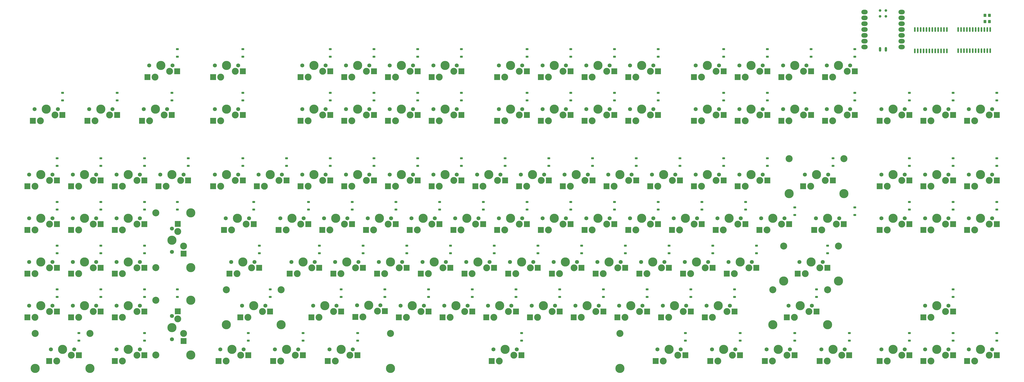
<source format=gbs>
%TF.GenerationSoftware,KiCad,Pcbnew,7.0.5*%
%TF.CreationDate,2023-06-10T21:14:49-04:00*%
%TF.ProjectId,keyboard_mk1,6b657962-6f61-4726-945f-6d6b312e6b69,rev?*%
%TF.SameCoordinates,Original*%
%TF.FileFunction,Soldermask,Bot*%
%TF.FilePolarity,Negative*%
%FSLAX46Y46*%
G04 Gerber Fmt 4.6, Leading zero omitted, Abs format (unit mm)*
G04 Created by KiCad (PCBNEW 7.0.5) date 2023-06-10 21:14:49*
%MOMM*%
%LPD*%
G01*
G04 APERTURE LIST*
G04 Aperture macros list*
%AMRoundRect*
0 Rectangle with rounded corners*
0 $1 Rounding radius*
0 $2 $3 $4 $5 $6 $7 $8 $9 X,Y pos of 4 corners*
0 Add a 4 corners polygon primitive as box body*
4,1,4,$2,$3,$4,$5,$6,$7,$8,$9,$2,$3,0*
0 Add four circle primitives for the rounded corners*
1,1,$1+$1,$2,$3*
1,1,$1+$1,$4,$5*
1,1,$1+$1,$6,$7*
1,1,$1+$1,$8,$9*
0 Add four rect primitives between the rounded corners*
20,1,$1+$1,$2,$3,$4,$5,0*
20,1,$1+$1,$4,$5,$6,$7,0*
20,1,$1+$1,$6,$7,$8,$9,0*
20,1,$1+$1,$8,$9,$2,$3,0*%
G04 Aperture macros list end*
%ADD10C,1.750000*%
%ADD11C,3.000000*%
%ADD12C,3.987800*%
%ADD13R,2.550000X2.500000*%
%ADD14C,3.048000*%
%ADD15R,2.500000X2.550000*%
%ADD16RoundRect,0.225000X-0.375000X0.225000X-0.375000X-0.225000X0.375000X-0.225000X0.375000X0.225000X0*%
%ADD17RoundRect,0.150000X0.150000X-0.875000X0.150000X0.875000X-0.150000X0.875000X-0.150000X-0.875000X0*%
%ADD18O,2.748280X1.998980*%
%ADD19O,1.016000X2.032000*%
%ADD20C,1.143000*%
%ADD21RoundRect,0.250000X-0.350000X-0.450000X0.350000X-0.450000X0.350000X0.450000X-0.350000X0.450000X0*%
G04 APERTURE END LIST*
D10*
%TO.C,125K105*%
X728980000Y-197643750D03*
D11*
X727710000Y-200183750D03*
D12*
X723900000Y-197643750D03*
D11*
X721360000Y-202723750D03*
D10*
X718820000Y-197643750D03*
D13*
X730985000Y-200183750D03*
X718058000Y-202723750D03*
%TD*%
D10*
%TO.C,K57*%
X655161250Y-121443750D03*
D11*
X653891250Y-123983750D03*
D12*
X650081250Y-121443750D03*
D11*
X647541250Y-126523750D03*
D10*
X645001250Y-121443750D03*
D13*
X657166250Y-123983750D03*
X644239250Y-126523750D03*
%TD*%
D10*
%TO.C,K18*%
X774223750Y-92868750D03*
D11*
X772953750Y-95408750D03*
D12*
X769143750Y-92868750D03*
D11*
X766603750Y-97948750D03*
D10*
X764063750Y-92868750D03*
D13*
X776228750Y-95408750D03*
X763301750Y-97948750D03*
%TD*%
D12*
%TO.C,2K106*%
X400081750Y-205898750D03*
D14*
X400081750Y-190658750D03*
D10*
X393223750Y-197643750D03*
D11*
X391953750Y-200183750D03*
D12*
X388143750Y-197643750D03*
D11*
X385603750Y-202723750D03*
D10*
X383063750Y-197643750D03*
D12*
X376205750Y-205898750D03*
D14*
X376205750Y-190658750D03*
D13*
X395228750Y-200183750D03*
X382301750Y-202723750D03*
%TD*%
D10*
%TO.C,K28*%
X540861250Y-92868750D03*
D11*
X539591250Y-95408750D03*
D12*
X535781250Y-92868750D03*
D11*
X533241250Y-97948750D03*
D10*
X530701250Y-92868750D03*
D13*
X542866250Y-95408750D03*
X529939250Y-97948750D03*
%TD*%
D12*
%TO.C,275K121*%
X721550500Y-186848750D03*
D14*
X721550500Y-171608750D03*
D10*
X714692500Y-178593750D03*
D11*
X713422500Y-181133750D03*
D12*
X709612500Y-178593750D03*
D11*
X707072500Y-183673750D03*
D10*
X704532500Y-178593750D03*
D12*
X697674500Y-186848750D03*
D14*
X697674500Y-171608750D03*
D13*
X716697500Y-181133750D03*
X703770500Y-183673750D03*
%TD*%
D10*
%TO.C,K21*%
X774223750Y-140493750D03*
D11*
X772953750Y-143033750D03*
D12*
X769143750Y-140493750D03*
D11*
X766603750Y-145573750D03*
D10*
X764063750Y-140493750D03*
D13*
X776228750Y-143033750D03*
X763301750Y-145573750D03*
%TD*%
D10*
%TO.C,K29*%
X559911250Y-92868750D03*
D11*
X558641250Y-95408750D03*
D12*
X554831250Y-92868750D03*
D11*
X552291250Y-97948750D03*
D10*
X549751250Y-92868750D03*
D13*
X561916250Y-95408750D03*
X548989250Y-97948750D03*
%TD*%
D10*
%TO.C,K67*%
X464661250Y-73818750D03*
D11*
X463391250Y-76358750D03*
D12*
X459581250Y-73818750D03*
D11*
X457041250Y-78898750D03*
D10*
X454501250Y-73818750D03*
D13*
X466666250Y-76358750D03*
X453739250Y-78898750D03*
%TD*%
D10*
%TO.C,K35*%
X693261250Y-92868750D03*
D11*
X691991250Y-95408750D03*
D12*
X688181250Y-92868750D03*
D11*
X685641250Y-97948750D03*
D10*
X683101250Y-92868750D03*
D13*
X695266250Y-95408750D03*
X682339250Y-97948750D03*
%TD*%
D10*
%TO.C,K42*%
X793273750Y-140493750D03*
D11*
X792003750Y-143033750D03*
D12*
X788193750Y-140493750D03*
D11*
X785653750Y-145573750D03*
D10*
X783113750Y-140493750D03*
D13*
X795278750Y-143033750D03*
X782351750Y-145573750D03*
%TD*%
D10*
%TO.C,K49*%
X502761250Y-121443750D03*
D11*
X501491250Y-123983750D03*
D12*
X497681250Y-121443750D03*
D11*
X495141250Y-126523750D03*
D10*
X492601250Y-121443750D03*
D13*
X504766250Y-123983750D03*
X491839250Y-126523750D03*
%TD*%
D10*
%TO.C,K44*%
X402748750Y-140493750D03*
D11*
X401478750Y-143033750D03*
D12*
X397668750Y-140493750D03*
D11*
X395128750Y-145573750D03*
D10*
X392588750Y-140493750D03*
D13*
X404753750Y-143033750D03*
X391826750Y-145573750D03*
%TD*%
D10*
%TO.C,K55*%
X617061250Y-121443750D03*
D11*
X615791250Y-123983750D03*
D12*
X611981250Y-121443750D03*
D11*
X609441250Y-126523750D03*
D10*
X606901250Y-121443750D03*
D13*
X619066250Y-123983750D03*
X606139250Y-126523750D03*
%TD*%
D10*
%TO.C,K95*%
X593248750Y-159543750D03*
D11*
X591978750Y-162083750D03*
D12*
X588168750Y-159543750D03*
D11*
X585628750Y-164623750D03*
D10*
X583088750Y-159543750D03*
D13*
X595253750Y-162083750D03*
X582326750Y-164623750D03*
%TD*%
D10*
%TO.C,K17*%
X755173750Y-92868750D03*
D11*
X753903750Y-95408750D03*
D12*
X750093750Y-92868750D03*
D11*
X747553750Y-97948750D03*
D10*
X745013750Y-92868750D03*
D13*
X757178750Y-95408750D03*
X744251750Y-97948750D03*
%TD*%
D10*
%TO.C,K53*%
X578961250Y-121443750D03*
D11*
X577691250Y-123983750D03*
D12*
X573881250Y-121443750D03*
D11*
X571341250Y-126523750D03*
D10*
X568801250Y-121443750D03*
D13*
X580966250Y-123983750D03*
X568039250Y-126523750D03*
%TD*%
D10*
%TO.C,K27*%
X521811250Y-92868750D03*
D11*
X520541250Y-95408750D03*
D12*
X516731250Y-92868750D03*
D11*
X514191250Y-97948750D03*
D10*
X511651250Y-92868750D03*
D13*
X523816250Y-95408750D03*
X510889250Y-97948750D03*
%TD*%
D10*
%TO.C,K59*%
X693261250Y-121443750D03*
D11*
X691991250Y-123983750D03*
D12*
X688181250Y-121443750D03*
D11*
X685641250Y-126523750D03*
D10*
X683101250Y-121443750D03*
D13*
X695266250Y-123983750D03*
X682339250Y-126523750D03*
%TD*%
D10*
%TO.C,K6*%
X521811250Y-73818750D03*
D11*
X520541250Y-76358750D03*
D12*
X516731250Y-73818750D03*
D11*
X514191250Y-78898750D03*
D10*
X511651250Y-73818750D03*
D13*
X523816250Y-76358750D03*
X510889250Y-78898750D03*
%TD*%
D10*
%TO.C,125K2*%
X409892500Y-92868750D03*
D11*
X408622500Y-95408750D03*
D12*
X404812500Y-92868750D03*
D11*
X402272500Y-97948750D03*
D10*
X399732500Y-92868750D03*
D13*
X411897500Y-95408750D03*
X398970500Y-97948750D03*
%TD*%
D10*
%TO.C,K52*%
X559911250Y-121443750D03*
D11*
X558641250Y-123983750D03*
D12*
X554831250Y-121443750D03*
D11*
X552291250Y-126523750D03*
D10*
X549751250Y-121443750D03*
D13*
X561916250Y-123983750D03*
X548989250Y-126523750D03*
%TD*%
D10*
%TO.C,K96*%
X612298750Y-159543750D03*
D11*
X611028750Y-162083750D03*
D12*
X607218750Y-159543750D03*
D11*
X604678750Y-164623750D03*
D10*
X602138750Y-159543750D03*
D13*
X614303750Y-162083750D03*
X601376750Y-164623750D03*
%TD*%
D10*
%TO.C,K69*%
X493236250Y-140493750D03*
D11*
X491966250Y-143033750D03*
D12*
X488156250Y-140493750D03*
D11*
X485616250Y-145573750D03*
D10*
X483076250Y-140493750D03*
D13*
X495241250Y-143033750D03*
X482314250Y-145573750D03*
%TD*%
D10*
%TO.C,K61*%
X755173750Y-197643750D03*
D11*
X753903750Y-200183750D03*
D12*
X750093750Y-197643750D03*
D11*
X747553750Y-202723750D03*
D10*
X745013750Y-197643750D03*
D13*
X757178750Y-200183750D03*
X744251750Y-202723750D03*
%TD*%
D10*
%TO.C,K14*%
X693261250Y-73818750D03*
D11*
X691991250Y-76358750D03*
D12*
X688181250Y-73818750D03*
D11*
X685641250Y-78898750D03*
D10*
X683101250Y-73818750D03*
D13*
X695266250Y-76358750D03*
X682339250Y-78898750D03*
%TD*%
D10*
%TO.C,K23*%
X402748750Y-121443750D03*
D11*
X401478750Y-123983750D03*
D12*
X397668750Y-121443750D03*
D11*
X395128750Y-126523750D03*
D10*
X392588750Y-121443750D03*
D13*
X404753750Y-123983750D03*
X391826750Y-126523750D03*
%TD*%
D10*
%TO.C,K92*%
X536098750Y-159543750D03*
D11*
X534828750Y-162083750D03*
D12*
X531018750Y-159543750D03*
D11*
X528478750Y-164623750D03*
D10*
X525938750Y-159543750D03*
D13*
X538103750Y-162083750D03*
X525176750Y-164623750D03*
%TD*%
D12*
%TO.C,225K110*%
X483425500Y-186848750D03*
D14*
X483425500Y-171608750D03*
D10*
X476567500Y-178593750D03*
D11*
X475297500Y-181133750D03*
D12*
X471487500Y-178593750D03*
D11*
X468947500Y-183673750D03*
D10*
X466407500Y-178593750D03*
D12*
X459549500Y-186848750D03*
D14*
X459549500Y-171608750D03*
D13*
X478572500Y-181133750D03*
X465645500Y-183673750D03*
%TD*%
D10*
%TO.C,K63*%
X793273750Y-197643750D03*
D11*
X792003750Y-200183750D03*
D12*
X788193750Y-197643750D03*
D11*
X785653750Y-202723750D03*
D10*
X783113750Y-197643750D03*
D13*
X795278750Y-200183750D03*
X782351750Y-202723750D03*
%TD*%
D10*
%TO.C,K94*%
X574198750Y-159543750D03*
D11*
X572928750Y-162083750D03*
D12*
X569118750Y-159543750D03*
D11*
X566578750Y-164623750D03*
D10*
X564038750Y-159543750D03*
D13*
X576203750Y-162083750D03*
X563276750Y-164623750D03*
%TD*%
D10*
%TO.C,125K102*%
X657542500Y-197643750D03*
D11*
X656272500Y-200183750D03*
D12*
X652462500Y-197643750D03*
D11*
X649922500Y-202723750D03*
D10*
X647382500Y-197643750D03*
D13*
X659547500Y-200183750D03*
X646620500Y-202723750D03*
%TD*%
D10*
%TO.C,15K81*%
X726598750Y-140493750D03*
D11*
X725328750Y-143033750D03*
D12*
X721518750Y-140493750D03*
D11*
X718978750Y-145573750D03*
D10*
X716438750Y-140493750D03*
D13*
X728603750Y-143033750D03*
X715676750Y-145573750D03*
%TD*%
D10*
%TO.C,K20*%
X755173750Y-140493750D03*
D11*
X753903750Y-143033750D03*
D12*
X750093750Y-140493750D03*
D11*
X747553750Y-145573750D03*
D10*
X745013750Y-140493750D03*
D13*
X757178750Y-143033750D03*
X744251750Y-145573750D03*
%TD*%
D10*
%TO.C,K80*%
X702786250Y-140493750D03*
D11*
X701516250Y-143033750D03*
D12*
X697706250Y-140493750D03*
D11*
X695166250Y-145573750D03*
D10*
X692626250Y-140493750D03*
D13*
X704791250Y-143033750D03*
X691864250Y-145573750D03*
%TD*%
D10*
%TO.C,K72*%
X550386250Y-140493750D03*
D11*
X549116250Y-143033750D03*
D12*
X545306250Y-140493750D03*
D11*
X542766250Y-145573750D03*
D10*
X540226250Y-140493750D03*
D13*
X552391250Y-143033750D03*
X539464250Y-145573750D03*
%TD*%
D10*
%TO.C,K77*%
X645636250Y-140493750D03*
D11*
X644366250Y-143033750D03*
D12*
X640556250Y-140493750D03*
D11*
X638016250Y-145573750D03*
D10*
X635476250Y-140493750D03*
D13*
X647641250Y-143033750D03*
X634714250Y-145573750D03*
%TD*%
D10*
%TO.C,K93*%
X555148750Y-159543750D03*
D11*
X553878750Y-162083750D03*
D12*
X550068750Y-159543750D03*
D11*
X547528750Y-164623750D03*
D10*
X544988750Y-159543750D03*
D13*
X557153750Y-162083750D03*
X544226750Y-164623750D03*
%TD*%
D10*
%TO.C,K33*%
X645636250Y-92868750D03*
D11*
X644366250Y-95408750D03*
D12*
X640556250Y-92868750D03*
D11*
X638016250Y-97948750D03*
D10*
X635476250Y-92868750D03*
D13*
X647641250Y-95408750D03*
X634714250Y-97948750D03*
%TD*%
D10*
%TO.C,K116*%
X602773750Y-178593750D03*
D11*
X601503750Y-181133750D03*
D12*
X597693750Y-178593750D03*
D11*
X595153750Y-183673750D03*
D10*
X592613750Y-178593750D03*
D13*
X604778750Y-181133750D03*
X591851750Y-183673750D03*
%TD*%
D10*
%TO.C,K54*%
X598011250Y-121443750D03*
D11*
X596741250Y-123983750D03*
D12*
X592931250Y-121443750D03*
D11*
X590391250Y-126523750D03*
D10*
X587851250Y-121443750D03*
D13*
X600016250Y-123983750D03*
X587089250Y-126523750D03*
%TD*%
D10*
%TO.C,K76*%
X626586250Y-140493750D03*
D11*
X625316250Y-143033750D03*
D12*
X621506250Y-140493750D03*
D11*
X618966250Y-145573750D03*
D10*
X616426250Y-140493750D03*
D13*
X628591250Y-143033750D03*
X615664250Y-145573750D03*
%TD*%
D10*
%TO.C,K16*%
X731361250Y-73818750D03*
D11*
X730091250Y-76358750D03*
D12*
X726281250Y-73818750D03*
D11*
X723741250Y-78898750D03*
D10*
X721201250Y-73818750D03*
D13*
X733366250Y-76358750D03*
X720439250Y-78898750D03*
%TD*%
D10*
%TO.C,K26*%
X502761250Y-92868750D03*
D11*
X501491250Y-95408750D03*
D12*
X497681250Y-92868750D03*
D11*
X495141250Y-97948750D03*
D10*
X492601250Y-92868750D03*
D13*
X504766250Y-95408750D03*
X491839250Y-97948750D03*
%TD*%
D10*
%TO.C,125K83*%
X490855000Y-197643750D03*
D11*
X489585000Y-200183750D03*
D12*
X485775000Y-197643750D03*
D11*
X483235000Y-202723750D03*
D10*
X480695000Y-197643750D03*
D13*
X492860000Y-200183750D03*
X479933000Y-202723750D03*
%TD*%
D10*
%TO.C,K74*%
X588486250Y-140493750D03*
D11*
X587216250Y-143033750D03*
D12*
X583406250Y-140493750D03*
D11*
X580866250Y-145573750D03*
D10*
X578326250Y-140493750D03*
D13*
X590491250Y-143033750D03*
X577564250Y-145573750D03*
%TD*%
D10*
%TO.C,K9*%
X588486250Y-73818750D03*
D11*
X587216250Y-76358750D03*
D12*
X583406250Y-73818750D03*
D11*
X580866250Y-78898750D03*
D10*
X578326250Y-73818750D03*
D13*
X590491250Y-76358750D03*
X577564250Y-78898750D03*
%TD*%
D10*
%TO.C,K19*%
X793273750Y-92868750D03*
D11*
X792003750Y-95408750D03*
D12*
X788193750Y-92868750D03*
D11*
X785653750Y-97948750D03*
D10*
X783113750Y-92868750D03*
D13*
X795278750Y-95408750D03*
X782351750Y-97948750D03*
%TD*%
D12*
%TO.C,2K88*%
X444023750Y-176180750D03*
D14*
X428783750Y-176180750D03*
D10*
X435768750Y-183038750D03*
D11*
X438308750Y-184308750D03*
D12*
X435768750Y-188118750D03*
D11*
X440848750Y-190658750D03*
D10*
X435768750Y-193198750D03*
D12*
X444023750Y-200056750D03*
D14*
X428783750Y-200056750D03*
D15*
X438308750Y-181033750D03*
X440848750Y-193960750D03*
%TD*%
D10*
%TO.C,K12*%
X645636250Y-73818750D03*
D11*
X644366250Y-76358750D03*
D12*
X640556250Y-73818750D03*
D11*
X638016250Y-78898750D03*
D10*
X635476250Y-73818750D03*
D13*
X647641250Y-76358750D03*
X634714250Y-78898750D03*
%TD*%
D10*
%TO.C,K70*%
X512286250Y-140493750D03*
D11*
X511016250Y-143033750D03*
D12*
X507206250Y-140493750D03*
D11*
X504666250Y-145573750D03*
D10*
X502126250Y-140493750D03*
D13*
X514291250Y-143033750D03*
X501364250Y-145573750D03*
%TD*%
D10*
%TO.C,K79*%
X683736250Y-140493750D03*
D11*
X682466250Y-143033750D03*
D12*
X678656250Y-140493750D03*
D11*
X676116250Y-145573750D03*
D10*
X673576250Y-140493750D03*
D13*
X685741250Y-143033750D03*
X672814250Y-145573750D03*
%TD*%
D10*
%TO.C,K34*%
X674211250Y-92868750D03*
D11*
X672941250Y-95408750D03*
D12*
X669131250Y-92868750D03*
D11*
X666591250Y-97948750D03*
D10*
X664051250Y-92868750D03*
D13*
X676216250Y-95408750D03*
X663289250Y-97948750D03*
%TD*%
D10*
%TO.C,K99*%
X669448750Y-159543750D03*
D11*
X668178750Y-162083750D03*
D12*
X664368750Y-159543750D03*
D11*
X661828750Y-164623750D03*
D10*
X659288750Y-159543750D03*
D13*
X671453750Y-162083750D03*
X658526750Y-164623750D03*
%TD*%
D10*
%TO.C,125K103*%
X681355000Y-197643750D03*
D11*
X680085000Y-200183750D03*
D12*
X676275000Y-197643750D03*
D11*
X673735000Y-202723750D03*
D10*
X671195000Y-197643750D03*
D13*
X683360000Y-200183750D03*
X670433000Y-202723750D03*
%TD*%
D10*
%TO.C,K100*%
X688498750Y-159543750D03*
D11*
X687228750Y-162083750D03*
D12*
X683418750Y-159543750D03*
D11*
X680878750Y-164623750D03*
D10*
X678338750Y-159543750D03*
D13*
X690503750Y-162083750D03*
X677576750Y-164623750D03*
%TD*%
D10*
%TO.C,K22*%
X383698750Y-121443750D03*
D11*
X382428750Y-123983750D03*
D12*
X378618750Y-121443750D03*
D11*
X376078750Y-126523750D03*
D10*
X373538750Y-121443750D03*
D13*
X385703750Y-123983750D03*
X372776750Y-126523750D03*
%TD*%
D10*
%TO.C,K64*%
X383698750Y-159543750D03*
D11*
X382428750Y-162083750D03*
D12*
X378618750Y-159543750D03*
D11*
X376078750Y-164623750D03*
D10*
X373538750Y-159543750D03*
D13*
X385703750Y-162083750D03*
X372776750Y-164623750D03*
%TD*%
D10*
%TO.C,K118*%
X640873750Y-178593750D03*
D11*
X639603750Y-181133750D03*
D12*
X635793750Y-178593750D03*
D11*
X633253750Y-183673750D03*
D10*
X630713750Y-178593750D03*
D13*
X642878750Y-181133750D03*
X629951750Y-183673750D03*
%TD*%
D10*
%TO.C,K75*%
X607536250Y-140493750D03*
D11*
X606266250Y-143033750D03*
D12*
X602456250Y-140493750D03*
D11*
X599916250Y-145573750D03*
D10*
X597376250Y-140493750D03*
D13*
X609541250Y-143033750D03*
X596614250Y-145573750D03*
%TD*%
D12*
%TO.C,625K109*%
X631024900Y-205898750D03*
D14*
X631024900Y-190658750D03*
D10*
X586105000Y-197643750D03*
D11*
X584835000Y-200183750D03*
D12*
X581025000Y-197643750D03*
D11*
X578485000Y-202723750D03*
D10*
X575945000Y-197643750D03*
D12*
X531025100Y-205898750D03*
D14*
X531025100Y-190658750D03*
D13*
X588110000Y-200183750D03*
X575183000Y-202723750D03*
%TD*%
D10*
%TO.C,K85*%
X383698750Y-178593750D03*
D11*
X382428750Y-181133750D03*
D12*
X378618750Y-178593750D03*
D11*
X376078750Y-183673750D03*
D10*
X373538750Y-178593750D03*
D13*
X385703750Y-181133750D03*
X372776750Y-183673750D03*
%TD*%
D10*
%TO.C,K40*%
X793273750Y-121443750D03*
D11*
X792003750Y-123983750D03*
D12*
X788193750Y-121443750D03*
D11*
X785653750Y-126523750D03*
D10*
X783113750Y-121443750D03*
D13*
X795278750Y-123983750D03*
X782351750Y-126523750D03*
%TD*%
D10*
%TO.C,K117*%
X621823750Y-178593750D03*
D11*
X620553750Y-181133750D03*
D12*
X616743750Y-178593750D03*
D11*
X614203750Y-183673750D03*
D10*
X611663750Y-178593750D03*
D13*
X623828750Y-181133750D03*
X610901750Y-183673750D03*
%TD*%
D10*
%TO.C,K15*%
X712311250Y-73818750D03*
D11*
X711041250Y-76358750D03*
D12*
X707231250Y-73818750D03*
D11*
X704691250Y-78898750D03*
D10*
X702151250Y-73818750D03*
D13*
X714316250Y-76358750D03*
X701389250Y-78898750D03*
%TD*%
D10*
%TO.C,K66*%
X421798750Y-159543750D03*
D11*
X420528750Y-162083750D03*
D12*
X416718750Y-159543750D03*
D11*
X414178750Y-164623750D03*
D10*
X411638750Y-159543750D03*
D13*
X423803750Y-162083750D03*
X410876750Y-164623750D03*
%TD*%
D10*
%TO.C,K24*%
X421798750Y-121443750D03*
D11*
X420528750Y-123983750D03*
D12*
X416718750Y-121443750D03*
D11*
X414178750Y-126523750D03*
D10*
X411638750Y-121443750D03*
D13*
X423803750Y-123983750D03*
X410876750Y-126523750D03*
%TD*%
D10*
%TO.C,K87*%
X421798750Y-178593750D03*
D11*
X420528750Y-181133750D03*
D12*
X416718750Y-178593750D03*
D11*
X414178750Y-183673750D03*
D10*
X411638750Y-178593750D03*
D13*
X423803750Y-181133750D03*
X410876750Y-183673750D03*
%TD*%
D10*
%TO.C,K32*%
X626586250Y-92868750D03*
D11*
X625316250Y-95408750D03*
D12*
X621506250Y-92868750D03*
D11*
X618966250Y-97948750D03*
D10*
X616426250Y-92868750D03*
D13*
X628591250Y-95408750D03*
X615664250Y-97948750D03*
%TD*%
D10*
%TO.C,K111*%
X507523750Y-178593750D03*
D11*
X506253750Y-181133750D03*
D12*
X502443750Y-178593750D03*
D11*
X499903750Y-183673750D03*
D10*
X497363750Y-178593750D03*
D13*
X509528750Y-181133750D03*
X496601750Y-183673750D03*
%TD*%
D10*
%TO.C,K31*%
X607536250Y-92868750D03*
D11*
X606266250Y-95408750D03*
D12*
X602456250Y-92868750D03*
D11*
X599916250Y-97948750D03*
D10*
X597376250Y-92868750D03*
D13*
X609541250Y-95408750D03*
X596614250Y-97948750D03*
%TD*%
D10*
%TO.C,125K82*%
X467042500Y-197643750D03*
D11*
X465772500Y-200183750D03*
D12*
X461962500Y-197643750D03*
D11*
X459422500Y-202723750D03*
D10*
X456882500Y-197643750D03*
D13*
X469047500Y-200183750D03*
X456120500Y-202723750D03*
%TD*%
D10*
%TO.C,125K1*%
X386080000Y-92868750D03*
D11*
X384810000Y-95408750D03*
D12*
X381000000Y-92868750D03*
D11*
X378460000Y-97948750D03*
D10*
X375920000Y-92868750D03*
D13*
X388085000Y-95408750D03*
X375158000Y-97948750D03*
%TD*%
D10*
%TO.C,K56*%
X636111250Y-121443750D03*
D11*
X634841250Y-123983750D03*
D12*
X631031250Y-121443750D03*
D11*
X628491250Y-126523750D03*
D10*
X625951250Y-121443750D03*
D13*
X638116250Y-123983750D03*
X625189250Y-126523750D03*
%TD*%
D12*
%TO.C,225K101*%
X726313000Y-167798750D03*
D14*
X726313000Y-152558750D03*
D10*
X719455000Y-159543750D03*
D11*
X718185000Y-162083750D03*
D12*
X714375000Y-159543750D03*
D11*
X711835000Y-164623750D03*
D10*
X709295000Y-159543750D03*
D12*
X702437000Y-167798750D03*
D14*
X702437000Y-152558750D03*
D13*
X721460000Y-162083750D03*
X708533000Y-164623750D03*
%TD*%
D10*
%TO.C,K113*%
X545623750Y-178593750D03*
D11*
X544353750Y-181133750D03*
D12*
X540543750Y-178593750D03*
D11*
X538003750Y-183673750D03*
D10*
X535463750Y-178593750D03*
D13*
X547628750Y-181133750D03*
X534701750Y-183673750D03*
%TD*%
D10*
%TO.C,K50*%
X521811250Y-121443750D03*
D11*
X520541250Y-123983750D03*
D12*
X516731250Y-121443750D03*
D11*
X514191250Y-126523750D03*
D10*
X511651250Y-121443750D03*
D13*
X523816250Y-123983750D03*
X510889250Y-126523750D03*
%TD*%
D10*
%TO.C,K47*%
X464661250Y-121443750D03*
D11*
X463391250Y-123983750D03*
D12*
X459581250Y-121443750D03*
D11*
X457041250Y-126523750D03*
D10*
X454501250Y-121443750D03*
D13*
X466666250Y-123983750D03*
X453739250Y-126523750D03*
%TD*%
D10*
%TO.C,K8*%
X559911250Y-73818750D03*
D11*
X558641250Y-76358750D03*
D12*
X554831250Y-73818750D03*
D11*
X552291250Y-78898750D03*
D10*
X549751250Y-73818750D03*
D13*
X561916250Y-76358750D03*
X548989250Y-78898750D03*
%TD*%
D10*
%TO.C,K90*%
X497998750Y-159543750D03*
D11*
X496728750Y-162083750D03*
D12*
X492918750Y-159543750D03*
D11*
X490378750Y-164623750D03*
D10*
X487838750Y-159543750D03*
D13*
X500003750Y-162083750D03*
X487076750Y-164623750D03*
%TD*%
D10*
%TO.C,K62*%
X774223750Y-197643750D03*
D11*
X772953750Y-200183750D03*
D12*
X769143750Y-197643750D03*
D11*
X766603750Y-202723750D03*
D10*
X764063750Y-197643750D03*
D13*
X776228750Y-200183750D03*
X763301750Y-202723750D03*
%TD*%
D10*
%TO.C,K119*%
X659923750Y-178593750D03*
D11*
X658653750Y-181133750D03*
D12*
X654843750Y-178593750D03*
D11*
X652303750Y-183673750D03*
D10*
X649763750Y-178593750D03*
D13*
X661928750Y-181133750D03*
X649001750Y-183673750D03*
%TD*%
D10*
%TO.C,K36*%
X712311250Y-92868750D03*
D11*
X711041250Y-95408750D03*
D12*
X707231250Y-92868750D03*
D11*
X704691250Y-97948750D03*
D10*
X702151250Y-92868750D03*
D13*
X714316250Y-95408750D03*
X701389250Y-97948750D03*
%TD*%
D10*
%TO.C,K25*%
X440848750Y-121443750D03*
D11*
X439578750Y-123983750D03*
D12*
X435768750Y-121443750D03*
D11*
X433228750Y-126523750D03*
D10*
X430688750Y-121443750D03*
D13*
X442853750Y-123983750D03*
X429926750Y-126523750D03*
%TD*%
D10*
%TO.C,125K3*%
X433705000Y-92868750D03*
D11*
X432435000Y-95408750D03*
D12*
X428625000Y-92868750D03*
D11*
X426085000Y-97948750D03*
D10*
X423545000Y-92868750D03*
D13*
X435710000Y-95408750D03*
X422783000Y-97948750D03*
%TD*%
D10*
%TO.C,K97*%
X631348750Y-159543750D03*
D11*
X630078750Y-162083750D03*
D12*
X626268750Y-159543750D03*
D11*
X623728750Y-164623750D03*
D10*
X621188750Y-159543750D03*
D13*
X633353750Y-162083750D03*
X620426750Y-164623750D03*
%TD*%
D10*
%TO.C,K73*%
X569436250Y-140493750D03*
D11*
X568166250Y-143033750D03*
D12*
X564356250Y-140493750D03*
D11*
X561816250Y-145573750D03*
D10*
X559276250Y-140493750D03*
D13*
X571441250Y-143033750D03*
X558514250Y-145573750D03*
%TD*%
D10*
%TO.C,K65*%
X402748750Y-159543750D03*
D11*
X401478750Y-162083750D03*
D12*
X397668750Y-159543750D03*
D11*
X395128750Y-164623750D03*
D10*
X392588750Y-159543750D03*
D13*
X404753750Y-162083750D03*
X391826750Y-164623750D03*
%TD*%
D10*
%TO.C,125K84*%
X514667500Y-197643750D03*
D11*
X513397500Y-200183750D03*
D12*
X509587500Y-197643750D03*
D11*
X507047500Y-202723750D03*
D10*
X504507500Y-197643750D03*
D13*
X516672500Y-200183750D03*
X503745500Y-202723750D03*
%TD*%
D10*
%TO.C,K91*%
X517048750Y-159543750D03*
D11*
X515778750Y-162083750D03*
D12*
X511968750Y-159543750D03*
D11*
X509428750Y-164623750D03*
D10*
X506888750Y-159543750D03*
D13*
X519053750Y-162083750D03*
X506126750Y-164623750D03*
%TD*%
D10*
%TO.C,125K104*%
X705167500Y-197643750D03*
D11*
X703897500Y-200183750D03*
D12*
X700087500Y-197643750D03*
D11*
X697547500Y-202723750D03*
D10*
X695007500Y-197643750D03*
D13*
X707172500Y-200183750D03*
X694245500Y-202723750D03*
%TD*%
D10*
%TO.C,K11*%
X626586250Y-73818750D03*
D11*
X625316250Y-76358750D03*
D12*
X621506250Y-73818750D03*
D11*
X618966250Y-78898750D03*
D10*
X616426250Y-73818750D03*
D13*
X628591250Y-76358750D03*
X615664250Y-78898750D03*
%TD*%
D10*
%TO.C,K48*%
X483711250Y-121443750D03*
D11*
X482441250Y-123983750D03*
D12*
X478631250Y-121443750D03*
D11*
X476091250Y-126523750D03*
D10*
X473551250Y-121443750D03*
D13*
X485716250Y-123983750D03*
X472789250Y-126523750D03*
%TD*%
D10*
%TO.C,K120*%
X678973750Y-178593750D03*
D11*
X677703750Y-181133750D03*
D12*
X673893750Y-178593750D03*
D11*
X671353750Y-183673750D03*
D10*
X668813750Y-178593750D03*
D13*
X680978750Y-181133750D03*
X668051750Y-183673750D03*
%TD*%
D10*
%TO.C,K45*%
X421798750Y-140493750D03*
D11*
X420528750Y-143033750D03*
D12*
X416718750Y-140493750D03*
D11*
X414178750Y-145573750D03*
D10*
X411638750Y-140493750D03*
D13*
X423803750Y-143033750D03*
X410876750Y-145573750D03*
%TD*%
D10*
%TO.C,K71*%
X531336250Y-140493750D03*
D11*
X530066250Y-143033750D03*
D12*
X526256250Y-140493750D03*
D11*
X523716250Y-145573750D03*
D10*
X521176250Y-140493750D03*
D13*
X533341250Y-143033750D03*
X520414250Y-145573750D03*
%TD*%
D10*
%TO.C,K43*%
X383698750Y-140493750D03*
D11*
X382428750Y-143033750D03*
D12*
X378618750Y-140493750D03*
D11*
X376078750Y-145573750D03*
D10*
X373538750Y-140493750D03*
D13*
X385703750Y-143033750D03*
X372776750Y-145573750D03*
%TD*%
D12*
%TO.C,2K46*%
X444023750Y-138080750D03*
D14*
X428783750Y-138080750D03*
D10*
X435768750Y-144938750D03*
D11*
X438308750Y-146208750D03*
D12*
X435768750Y-150018750D03*
D11*
X440848750Y-152558750D03*
D10*
X435768750Y-155098750D03*
D12*
X444023750Y-161956750D03*
D14*
X428783750Y-161956750D03*
D15*
X438308750Y-142933750D03*
X440848750Y-155860750D03*
%TD*%
D10*
%TO.C,K7*%
X540861250Y-73818750D03*
D11*
X539591250Y-76358750D03*
D12*
X535781250Y-73818750D03*
D11*
X533241250Y-78898750D03*
D10*
X530701250Y-73818750D03*
D13*
X542866250Y-76358750D03*
X529939250Y-78898750D03*
%TD*%
D10*
%TO.C,K78*%
X664686250Y-140493750D03*
D11*
X663416250Y-143033750D03*
D12*
X659606250Y-140493750D03*
D11*
X657066250Y-145573750D03*
D10*
X654526250Y-140493750D03*
D13*
X666691250Y-143033750D03*
X653764250Y-145573750D03*
%TD*%
D10*
%TO.C,K114*%
X564673750Y-178593750D03*
D11*
X563403750Y-181133750D03*
D12*
X559593750Y-178593750D03*
D11*
X557053750Y-183673750D03*
D10*
X554513750Y-178593750D03*
D13*
X566678750Y-181133750D03*
X553751750Y-183673750D03*
%TD*%
D10*
%TO.C,K41*%
X774223750Y-178593750D03*
D11*
X772953750Y-181133750D03*
D12*
X769143750Y-178593750D03*
D11*
X766603750Y-183673750D03*
D10*
X764063750Y-178593750D03*
D13*
X776228750Y-181133750D03*
X763301750Y-183673750D03*
%TD*%
D10*
%TO.C,K108*%
X421798750Y-197643750D03*
D11*
X420528750Y-200183750D03*
D12*
X416718750Y-197643750D03*
D11*
X414178750Y-202723750D03*
D10*
X411638750Y-197643750D03*
D13*
X423803750Y-200183750D03*
X410876750Y-202723750D03*
%TD*%
D10*
%TO.C,K10*%
X607536250Y-73818750D03*
D11*
X606266250Y-76358750D03*
D12*
X602456250Y-73818750D03*
D11*
X599916250Y-78898750D03*
D10*
X597376250Y-73818750D03*
D13*
X609541250Y-76358750D03*
X596614250Y-78898750D03*
%TD*%
D10*
%TO.C,K13*%
X674211250Y-73818750D03*
D11*
X672941250Y-76358750D03*
D12*
X669131250Y-73818750D03*
D11*
X666591250Y-78898750D03*
D10*
X664051250Y-73818750D03*
D13*
X676216250Y-76358750D03*
X663289250Y-78898750D03*
%TD*%
D12*
%TO.C,2K60*%
X728694250Y-129698750D03*
D14*
X728694250Y-114458750D03*
D10*
X721836250Y-121443750D03*
D11*
X720566250Y-123983750D03*
D12*
X716756250Y-121443750D03*
D11*
X714216250Y-126523750D03*
D10*
X711676250Y-121443750D03*
D12*
X704818250Y-129698750D03*
D14*
X704818250Y-114458750D03*
D13*
X723841250Y-123983750D03*
X710914250Y-126523750D03*
%TD*%
D10*
%TO.C,K115*%
X583723750Y-178593750D03*
D11*
X582453750Y-181133750D03*
D12*
X578643750Y-178593750D03*
D11*
X576103750Y-183673750D03*
D10*
X573563750Y-178593750D03*
D13*
X585728750Y-181133750D03*
X572801750Y-183673750D03*
%TD*%
D10*
%TO.C,K98*%
X650398750Y-159543750D03*
D11*
X649128750Y-162083750D03*
D12*
X645318750Y-159543750D03*
D11*
X642778750Y-164623750D03*
D10*
X640238750Y-159543750D03*
D13*
X652403750Y-162083750D03*
X639476750Y-164623750D03*
%TD*%
D10*
%TO.C,K58*%
X674211250Y-121443750D03*
D11*
X672941250Y-123983750D03*
D12*
X669131250Y-121443750D03*
D11*
X666591250Y-126523750D03*
D10*
X664051250Y-121443750D03*
D13*
X676216250Y-123983750D03*
X663289250Y-126523750D03*
%TD*%
D10*
%TO.C,15K68*%
X469423750Y-140493750D03*
D11*
X468153750Y-143033750D03*
D12*
X464343750Y-140493750D03*
D11*
X461803750Y-145573750D03*
D10*
X459263750Y-140493750D03*
D13*
X471428750Y-143033750D03*
X458501750Y-145573750D03*
%TD*%
D10*
%TO.C,K37*%
X731361250Y-92868750D03*
D11*
X730091250Y-95408750D03*
D12*
X726281250Y-92868750D03*
D11*
X723741250Y-97948750D03*
D10*
X721201250Y-92868750D03*
D13*
X733366250Y-95408750D03*
X720439250Y-97948750D03*
%TD*%
D10*
%TO.C,K112*%
X526632500Y-178435000D03*
D11*
X525362500Y-180975000D03*
D12*
X521552500Y-178435000D03*
D11*
X519012500Y-183515000D03*
D10*
X516472500Y-178435000D03*
D13*
X528637500Y-180975000D03*
X515710500Y-183515000D03*
%TD*%
D10*
%TO.C,K30*%
X588486250Y-92868750D03*
D11*
X587216250Y-95408750D03*
D12*
X583406250Y-92868750D03*
D11*
X580866250Y-97948750D03*
D10*
X578326250Y-92868750D03*
D13*
X590491250Y-95408750D03*
X577564250Y-97948750D03*
%TD*%
D10*
%TO.C,K86*%
X402748750Y-178593750D03*
D11*
X401478750Y-181133750D03*
D12*
X397668750Y-178593750D03*
D11*
X395128750Y-183673750D03*
D10*
X392588750Y-178593750D03*
D13*
X404753750Y-181133750D03*
X391826750Y-183673750D03*
%TD*%
D10*
%TO.C,K5*%
X502761250Y-73818750D03*
D11*
X501491250Y-76358750D03*
D12*
X497681250Y-73818750D03*
D11*
X495141250Y-78898750D03*
D10*
X492601250Y-73818750D03*
D13*
X504766250Y-76358750D03*
X491839250Y-78898750D03*
%TD*%
D10*
%TO.C,175K89*%
X471805000Y-159543750D03*
D11*
X470535000Y-162083750D03*
D12*
X466725000Y-159543750D03*
D11*
X464185000Y-164623750D03*
D10*
X461645000Y-159543750D03*
D13*
X473810000Y-162083750D03*
X460883000Y-164623750D03*
%TD*%
D10*
%TO.C,K38*%
X755173750Y-121443750D03*
D11*
X753903750Y-123983750D03*
D12*
X750093750Y-121443750D03*
D11*
X747553750Y-126523750D03*
D10*
X745013750Y-121443750D03*
D13*
X757178750Y-123983750D03*
X744251750Y-126523750D03*
%TD*%
D10*
%TO.C,K4*%
X436086250Y-73818750D03*
D11*
X434816250Y-76358750D03*
D12*
X431006250Y-73818750D03*
D11*
X428466250Y-78898750D03*
D10*
X425926250Y-73818750D03*
D13*
X438091250Y-76358750D03*
X425164250Y-78898750D03*
%TD*%
D10*
%TO.C,K39*%
X774223750Y-121443750D03*
D11*
X772953750Y-123983750D03*
D12*
X769143750Y-121443750D03*
D11*
X766603750Y-126523750D03*
D10*
X764063750Y-121443750D03*
D13*
X776228750Y-123983750D03*
X763301750Y-126523750D03*
%TD*%
D10*
%TO.C,K107*%
X464661250Y-92868750D03*
D11*
X463391250Y-95408750D03*
D12*
X459581250Y-92868750D03*
D11*
X457041250Y-97948750D03*
D10*
X454501250Y-92868750D03*
D13*
X466666250Y-95408750D03*
X453739250Y-97948750D03*
%TD*%
D10*
%TO.C,K51*%
X540861250Y-121443750D03*
D11*
X539591250Y-123983750D03*
D12*
X535781250Y-121443750D03*
D11*
X533241250Y-126523750D03*
D10*
X530701250Y-121443750D03*
D13*
X542866250Y-123983750D03*
X529939250Y-126523750D03*
%TD*%
D16*
%TO.C,D10*%
X404812500Y-171500000D03*
X404812500Y-174800000D03*
%TD*%
%TO.C,D77*%
X628650000Y-66725000D03*
X628650000Y-70025000D03*
%TD*%
%TO.C,D108*%
X733425000Y-135781250D03*
X733425000Y-139081250D03*
%TD*%
%TO.C,D47*%
X538162500Y-152450000D03*
X538162500Y-155750000D03*
%TD*%
%TO.C,D117*%
X776287500Y-190550000D03*
X776287500Y-193850000D03*
%TD*%
%TO.C,D16*%
X423862500Y-152450000D03*
X423862500Y-155750000D03*
%TD*%
%TO.C,D85*%
X683418750Y-190550000D03*
X683418750Y-193850000D03*
%TD*%
%TO.C,D30*%
X504825000Y-85775000D03*
X504825000Y-89075000D03*
%TD*%
%TO.C,D102*%
X695325000Y-114350000D03*
X695325000Y-117650000D03*
%TD*%
%TO.C,D20*%
X438150000Y-133400000D03*
X438150000Y-136700000D03*
%TD*%
%TO.C,D73*%
X633412500Y-152450000D03*
X633412500Y-155750000D03*
%TD*%
%TO.C,D92*%
X695325000Y-66725000D03*
X695325000Y-70025000D03*
%TD*%
%TO.C,D100*%
X731043750Y-190550000D03*
X731043750Y-193850000D03*
%TD*%
%TO.C,D2*%
X411956250Y-85775000D03*
X411956250Y-89075000D03*
%TD*%
%TO.C,D70*%
X614362500Y-152450000D03*
X614362500Y-155750000D03*
%TD*%
%TO.C,D78*%
X647700000Y-66725000D03*
X647700000Y-70025000D03*
%TD*%
%TO.C,D8*%
X385762500Y-171500000D03*
X385762500Y-174800000D03*
%TD*%
D17*
%TO.C,U2*%
X792385000Y-67450000D03*
X791115000Y-67450000D03*
X789845000Y-67450000D03*
X788575000Y-67450000D03*
X787305000Y-67450000D03*
X786035000Y-67450000D03*
X784765000Y-67450000D03*
X783495000Y-67450000D03*
X782225000Y-67450000D03*
X780955000Y-67450000D03*
X779685000Y-67450000D03*
X778415000Y-67450000D03*
X778415000Y-58150000D03*
X779685000Y-58150000D03*
X780955000Y-58150000D03*
X782225000Y-58150000D03*
X783495000Y-58150000D03*
X784765000Y-58150000D03*
X786035000Y-58150000D03*
X787305000Y-58150000D03*
X788575000Y-58150000D03*
X789845000Y-58150000D03*
X791115000Y-58150000D03*
X792385000Y-58150000D03*
%TD*%
D16*
%TO.C,D43*%
X542925000Y-66725000D03*
X542925000Y-70025000D03*
%TD*%
%TO.C,D107*%
X723900000Y-114350000D03*
X723900000Y-117650000D03*
%TD*%
%TO.C,D34*%
X509587500Y-171500000D03*
X509587500Y-174800000D03*
%TD*%
%TO.C,D95*%
X685800000Y-133400000D03*
X685800000Y-136700000D03*
%TD*%
%TO.C,D49*%
X566737500Y-171500000D03*
X566737500Y-174800000D03*
%TD*%
%TO.C,D64*%
X590550000Y-133400000D03*
X590550000Y-136700000D03*
%TD*%
%TO.C,D39*%
X514350000Y-133400000D03*
X514350000Y-136700000D03*
%TD*%
%TO.C,D59*%
X576262500Y-152450000D03*
X576262500Y-155750000D03*
%TD*%
%TO.C,D5*%
X385762500Y-114350000D03*
X385762500Y-117650000D03*
%TD*%
%TO.C,D61*%
X588168750Y-190550000D03*
X588168750Y-193850000D03*
%TD*%
%TO.C,D82*%
X652462500Y-152450000D03*
X652462500Y-155750000D03*
%TD*%
%TO.C,D33*%
X500062500Y-152450000D03*
X500062500Y-155750000D03*
%TD*%
%TO.C,D94*%
X676275000Y-114350000D03*
X676275000Y-117650000D03*
%TD*%
%TO.C,D25*%
X471487500Y-133400000D03*
X471487500Y-136700000D03*
%TD*%
%TO.C,D22*%
X466725000Y-66725000D03*
X466725000Y-70025000D03*
%TD*%
%TO.C,D121*%
X795337500Y-85775000D03*
X795337500Y-89075000D03*
%TD*%
%TO.C,D101*%
X707231250Y-135781250D03*
X707231250Y-139081250D03*
%TD*%
%TO.C,D27*%
X478631250Y-171500000D03*
X478631250Y-174800000D03*
%TD*%
%TO.C,D89*%
X657225000Y-114350000D03*
X657225000Y-117650000D03*
%TD*%
%TO.C,D56*%
X590550000Y-85775000D03*
X590550000Y-89075000D03*
%TD*%
%TO.C,D62*%
X604837500Y-171500000D03*
X604837500Y-174800000D03*
%TD*%
%TO.C,D15*%
X423862500Y-133400000D03*
X423862500Y-136700000D03*
%TD*%
%TO.C,D120*%
X795337500Y-114350000D03*
X795337500Y-117650000D03*
%TD*%
%TO.C,D35*%
X492918750Y-190550000D03*
X492918750Y-193850000D03*
%TD*%
%TO.C,D96*%
X690562500Y-152450000D03*
X690562500Y-155750000D03*
%TD*%
%TO.C,D40*%
X504825000Y-114350000D03*
X504825000Y-117650000D03*
%TD*%
%TO.C,D65*%
X581025000Y-114350000D03*
X581025000Y-117650000D03*
%TD*%
%TO.C,D58*%
X571500000Y-133400000D03*
X571500000Y-136700000D03*
%TD*%
%TO.C,D84*%
X659606250Y-190550000D03*
X659606250Y-193850000D03*
%TD*%
%TO.C,D105*%
X733425000Y-66725000D03*
X733425000Y-70025000D03*
%TD*%
%TO.C,D97*%
X707231250Y-190550000D03*
X707231250Y-193850000D03*
%TD*%
%TO.C,D81*%
X647700000Y-133400000D03*
X647700000Y-136700000D03*
%TD*%
%TO.C,D24*%
X466725000Y-114350000D03*
X466725000Y-117650000D03*
%TD*%
%TO.C,D114*%
X776287500Y-114350000D03*
X776287500Y-117650000D03*
%TD*%
%TO.C,D32*%
X495300000Y-133400000D03*
X495300000Y-136700000D03*
%TD*%
%TO.C,D55*%
X590550000Y-66725000D03*
X590550000Y-70025000D03*
%TD*%
%TO.C,D109*%
X757237500Y-190550000D03*
X757237500Y-193850000D03*
%TD*%
%TO.C,D21*%
X442912500Y-114350000D03*
X442912500Y-117650000D03*
%TD*%
%TO.C,D93*%
X695325000Y-85775000D03*
X695325000Y-89075000D03*
%TD*%
%TO.C,D104*%
X714375000Y-66725000D03*
X714375000Y-70025000D03*
%TD*%
%TO.C,D87*%
X671512500Y-152450000D03*
X671512500Y-155750000D03*
%TD*%
%TO.C,D29*%
X504825000Y-66725000D03*
X504825000Y-70025000D03*
%TD*%
%TO.C,D111*%
X757237500Y-114350000D03*
X757237500Y-117650000D03*
%TD*%
%TO.C,D110*%
X757237500Y-133400000D03*
X757237500Y-136700000D03*
%TD*%
%TO.C,D90*%
X676275000Y-85775000D03*
X676275000Y-89075000D03*
%TD*%
%TO.C,D113*%
X776287500Y-85775000D03*
X776287500Y-89075000D03*
%TD*%
%TO.C,D31*%
X485775000Y-114350000D03*
X485775000Y-117650000D03*
%TD*%
%TO.C,D60*%
X585787500Y-171500000D03*
X585787500Y-174800000D03*
%TD*%
%TO.C,D51*%
X552450000Y-133400000D03*
X552450000Y-136700000D03*
%TD*%
%TO.C,D106*%
X733425000Y-85775000D03*
X733425000Y-89075000D03*
%TD*%
%TO.C,D48*%
X547687500Y-171500000D03*
X547687500Y-174800000D03*
%TD*%
%TO.C,D11*%
X404812500Y-152450000D03*
X404812500Y-155750000D03*
%TD*%
D18*
%TO.C,U1*%
X753800000Y-50540000D03*
X753800000Y-53080000D03*
X753800000Y-55620000D03*
X753800000Y-58160000D03*
X753800000Y-60700000D03*
X753800000Y-63240000D03*
X753800000Y-65780000D03*
X737635440Y-65780000D03*
X737635440Y-63240000D03*
X737635440Y-60700000D03*
X737635440Y-58160000D03*
X737635440Y-55620000D03*
X737635440Y-53080000D03*
X737635440Y-50540000D03*
D19*
X746933120Y-66857820D03*
X744383120Y-66857820D03*
D20*
X746934317Y-49853633D03*
X744394317Y-49853633D03*
X746934317Y-52393633D03*
X744394317Y-52393633D03*
%TD*%
D16*
%TO.C,D6*%
X385762500Y-133400000D03*
X385762500Y-136700000D03*
%TD*%
D17*
%TO.C,U3*%
X773510000Y-67500000D03*
X772240000Y-67500000D03*
X770970000Y-67500000D03*
X769700000Y-67500000D03*
X768430000Y-67500000D03*
X767160000Y-67500000D03*
X765890000Y-67500000D03*
X764620000Y-67500000D03*
X763350000Y-67500000D03*
X762080000Y-67500000D03*
X760810000Y-67500000D03*
X759540000Y-67500000D03*
X759540000Y-58200000D03*
X760810000Y-58200000D03*
X762080000Y-58200000D03*
X763350000Y-58200000D03*
X764620000Y-58200000D03*
X765890000Y-58200000D03*
X767160000Y-58200000D03*
X768430000Y-58200000D03*
X769700000Y-58200000D03*
X770970000Y-58200000D03*
X772240000Y-58200000D03*
X773510000Y-58200000D03*
%TD*%
D16*
%TO.C,D18*%
X423862500Y-190550000D03*
X423862500Y-193850000D03*
%TD*%
%TO.C,D14*%
X423862500Y-114350000D03*
X423862500Y-117650000D03*
%TD*%
%TO.C,D37*%
X528637500Y-171500000D03*
X528637500Y-174800000D03*
%TD*%
%TO.C,D36*%
X516731250Y-190550000D03*
X516731250Y-193850000D03*
%TD*%
%TO.C,D98*%
X716756250Y-171500000D03*
X716756250Y-174800000D03*
%TD*%
%TO.C,D66*%
X609600000Y-66725000D03*
X609600000Y-70025000D03*
%TD*%
%TO.C,D13*%
X404812500Y-114350000D03*
X404812500Y-117650000D03*
%TD*%
D21*
%TO.C,R2*%
X790100000Y-54700000D03*
X792100000Y-54700000D03*
%TD*%
D16*
%TO.C,D28*%
X469106250Y-190550000D03*
X469106250Y-193850000D03*
%TD*%
%TO.C,D23*%
X466725000Y-85775000D03*
X466725000Y-89075000D03*
%TD*%
%TO.C,D46*%
X533400000Y-133400000D03*
X533400000Y-136700000D03*
%TD*%
%TO.C,D17*%
X423862500Y-171500000D03*
X423862500Y-174800000D03*
%TD*%
%TO.C,D115*%
X776287500Y-133400000D03*
X776287500Y-136700000D03*
%TD*%
%TO.C,D119*%
X795337500Y-133400000D03*
X795337500Y-136700000D03*
%TD*%
%TO.C,D88*%
X666750000Y-133400000D03*
X666750000Y-136700000D03*
%TD*%
%TO.C,D19*%
X438150000Y-171500000D03*
X438150000Y-174800000D03*
%TD*%
%TO.C,D45*%
X523875000Y-114350000D03*
X523875000Y-117650000D03*
%TD*%
%TO.C,D76*%
X628650000Y-85775000D03*
X628650000Y-89075000D03*
%TD*%
%TO.C,D57*%
X561975000Y-114350000D03*
X561975000Y-117650000D03*
%TD*%
%TO.C,D9*%
X395287500Y-190550000D03*
X395287500Y-193850000D03*
%TD*%
%TO.C,D83*%
X661987500Y-171500000D03*
X661987500Y-174800000D03*
%TD*%
%TO.C,D7*%
X385762500Y-152450000D03*
X385762500Y-155750000D03*
%TD*%
%TO.C,D68*%
X600075000Y-114350000D03*
X600075000Y-117650000D03*
%TD*%
%TO.C,D26*%
X473868750Y-152450000D03*
X473868750Y-155750000D03*
%TD*%
%TO.C,D1*%
X388143750Y-85775000D03*
X388143750Y-89075000D03*
%TD*%
%TO.C,D50*%
X557212500Y-152450000D03*
X557212500Y-155750000D03*
%TD*%
%TO.C,D86*%
X681037500Y-171500000D03*
X681037500Y-174800000D03*
%TD*%
%TO.C,D54*%
X561975000Y-66725000D03*
X561975000Y-70025000D03*
%TD*%
%TO.C,D99*%
X721518750Y-152450000D03*
X721518750Y-155750000D03*
%TD*%
%TO.C,D116*%
X776287500Y-171500000D03*
X776287500Y-174800000D03*
%TD*%
%TO.C,D74*%
X628650000Y-133400000D03*
X628650000Y-136700000D03*
%TD*%
%TO.C,D52*%
X542925000Y-114350000D03*
X542925000Y-117650000D03*
%TD*%
%TO.C,D69*%
X609600000Y-133400000D03*
X609600000Y-136700000D03*
%TD*%
%TO.C,D112*%
X757237500Y-85775000D03*
X757237500Y-89075000D03*
%TD*%
%TO.C,D41*%
X523875000Y-85775000D03*
X523875000Y-89075000D03*
%TD*%
%TO.C,D118*%
X795337500Y-190550000D03*
X795337500Y-193850000D03*
%TD*%
%TO.C,D72*%
X642937500Y-171500000D03*
X642937500Y-174800000D03*
%TD*%
%TO.C,D75*%
X619125000Y-114350000D03*
X619125000Y-117650000D03*
%TD*%
%TO.C,D53*%
X561975000Y-85775000D03*
X561975000Y-89075000D03*
%TD*%
%TO.C,D91*%
X676275000Y-66725000D03*
X676275000Y-70025000D03*
%TD*%
%TO.C,D44*%
X542925000Y-85775000D03*
X542925000Y-89075000D03*
%TD*%
%TO.C,D4*%
X435768750Y-85775000D03*
X435768750Y-89075000D03*
%TD*%
%TO.C,D80*%
X638175000Y-114350000D03*
X638175000Y-117650000D03*
%TD*%
%TO.C,D79*%
X647700000Y-85775000D03*
X647700000Y-89075000D03*
%TD*%
%TO.C,D71*%
X623887500Y-171500000D03*
X623887500Y-174800000D03*
%TD*%
%TO.C,D38*%
X519112500Y-152450000D03*
X519112500Y-155750000D03*
%TD*%
%TO.C,D3*%
X438150000Y-66725000D03*
X438150000Y-70025000D03*
%TD*%
%TO.C,D67*%
X609600000Y-85775000D03*
X609600000Y-89075000D03*
%TD*%
%TO.C,D42*%
X523875000Y-66725000D03*
X523875000Y-70025000D03*
%TD*%
%TO.C,D63*%
X595312500Y-152450000D03*
X595312500Y-155750000D03*
%TD*%
%TO.C,D12*%
X404812500Y-133400000D03*
X404812500Y-136700000D03*
%TD*%
D21*
%TO.C,R1*%
X790100000Y-52000000D03*
X792100000Y-52000000D03*
%TD*%
M02*

</source>
